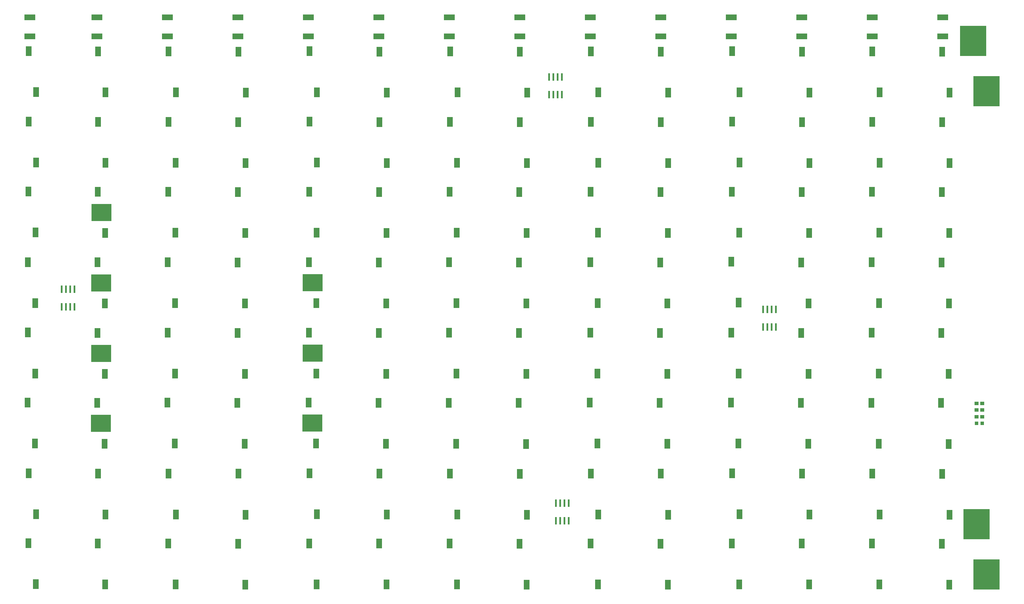
<source format=gtp>
G04 MADE WITH FRITZING*
G04 WWW.FRITZING.ORG*
G04 DOUBLE SIDED*
G04 HOLES PLATED*
G04 CONTOUR ON CENTER OF CONTOUR VECTOR*
%ASAXBY*%
%FSLAX23Y23*%
%MOIN*%
%OFA0B0*%
%SFA1.0B1.0*%
%ADD10R,0.024000X0.087000*%
%ADD11R,0.070866X0.112205*%
%ADD12R,0.236221X0.204725*%
%ADD13R,0.125984X0.070866*%
%ADD14R,0.311023X0.355512*%
%ADD15R,0.047244X0.043307*%
%ADD16R,0.043307X0.039370*%
%LNPASTEMASK1*%
G90*
G70*
G54D10*
X6319Y5888D03*
X6269Y6094D03*
X6369Y6094D03*
X6369Y5888D03*
X6319Y6094D03*
X6419Y5888D03*
X6419Y6094D03*
X6269Y5888D03*
X650Y3605D03*
X700Y3399D03*
X600Y3399D03*
X600Y3605D03*
X650Y3399D03*
X550Y3605D03*
X550Y3399D03*
X700Y3605D03*
X8878Y3369D03*
X8928Y3163D03*
X8828Y3163D03*
X8828Y3369D03*
X8878Y3163D03*
X8778Y3369D03*
X8778Y3163D03*
X8928Y3369D03*
X6448Y1094D03*
X6498Y888D03*
X6398Y888D03*
X6398Y1094D03*
X6448Y888D03*
X6348Y1094D03*
X6348Y888D03*
X6498Y1094D03*
G54D11*
X1057Y3439D03*
X971Y3920D03*
G54D12*
X1014Y3679D03*
G54D11*
X246Y4270D03*
X160Y4750D03*
X242Y3443D03*
X156Y3923D03*
X242Y2616D03*
X155Y3097D03*
X238Y1796D03*
X152Y2276D03*
X250Y965D03*
X163Y1445D03*
X247Y144D03*
X160Y624D03*
X1061Y4266D03*
X975Y4747D03*
G54D12*
X1018Y4506D03*
G54D11*
X1057Y2613D03*
X970Y3093D03*
G54D12*
X1013Y2853D03*
G54D11*
X1053Y1792D03*
X967Y2272D03*
G54D12*
X1010Y2032D03*
G54D11*
X1065Y961D03*
X978Y1441D03*
X1062Y140D03*
X975Y621D03*
G54D13*
X965Y6573D03*
X965Y6794D03*
G54D11*
X1890Y5915D03*
X1803Y6396D03*
X1889Y5089D03*
X1803Y5569D03*
X1886Y4268D03*
X1800Y4748D03*
X1882Y3441D03*
X1795Y3921D03*
X1881Y2614D03*
X1795Y3095D03*
X1878Y1794D03*
X1792Y2274D03*
X1890Y963D03*
X1803Y1443D03*
X1887Y142D03*
X1800Y623D03*
X2710Y5912D03*
X2623Y6392D03*
X2702Y3437D03*
X2615Y3918D03*
X2706Y4265D03*
X2619Y4745D03*
X2701Y2611D03*
X2614Y3091D03*
X2698Y1790D03*
X2611Y2271D03*
X2709Y959D03*
X2623Y1440D03*
X2706Y139D03*
X2620Y619D03*
X3546Y5916D03*
X3459Y6397D03*
X3545Y5090D03*
X3458Y5570D03*
X3542Y4269D03*
X3455Y4749D03*
X3538Y3442D03*
X3451Y3922D03*
G54D12*
X3494Y3682D03*
G54D11*
X3537Y2615D03*
X3450Y3096D03*
G54D12*
X3494Y2855D03*
G54D11*
X3534Y1795D03*
X3447Y2275D03*
G54D12*
X3491Y2035D03*
G54D11*
X3545Y964D03*
X3459Y1444D03*
X3542Y143D03*
X3456Y623D03*
X4365Y5913D03*
X4279Y6393D03*
X4365Y5086D03*
X4278Y5566D03*
X4362Y4265D03*
X4275Y4746D03*
X4357Y3438D03*
X4271Y3919D03*
X4357Y2612D03*
X4270Y3092D03*
X4354Y1791D03*
X4267Y2271D03*
X4365Y960D03*
X4278Y1440D03*
X4362Y140D03*
X4275Y620D03*
X5195Y5915D03*
X5108Y6395D03*
X5189Y5088D03*
X5103Y5568D03*
X5186Y4267D03*
X5100Y4748D03*
X5182Y3440D03*
X5095Y3920D03*
X5181Y2614D03*
X5095Y3094D03*
X5178Y1793D03*
X5092Y2273D03*
X5190Y962D03*
X5103Y1442D03*
X5187Y141D03*
X5100Y622D03*
X2709Y5085D03*
X2622Y5565D03*
X6010Y5911D03*
X5923Y6391D03*
X6009Y5084D03*
X5923Y5565D03*
X6006Y4264D03*
X5919Y4744D03*
X6002Y3437D03*
X5915Y3917D03*
X6001Y2610D03*
X5915Y3090D03*
X5998Y1789D03*
X5911Y2270D03*
X6009Y958D03*
X5923Y1439D03*
X6006Y138D03*
X5920Y618D03*
X6845Y5915D03*
X6758Y6396D03*
X6844Y5089D03*
X6758Y5569D03*
X6841Y4268D03*
X6754Y4748D03*
X6837Y3441D03*
X6750Y3921D03*
X6836Y2614D03*
X6750Y3095D03*
X6833Y1794D03*
X6746Y2274D03*
X6845Y963D03*
X6758Y1443D03*
X6841Y142D03*
X6755Y623D03*
X7664Y5912D03*
X7578Y6392D03*
X7664Y5085D03*
X7577Y5565D03*
X7661Y4265D03*
X7574Y4745D03*
X7656Y3437D03*
X7570Y3918D03*
X7656Y2611D03*
X7569Y3091D03*
X7653Y1790D03*
X7566Y2271D03*
X7664Y959D03*
X7578Y1440D03*
X7661Y139D03*
X7574Y619D03*
X8500Y5916D03*
X8414Y6397D03*
X8500Y5090D03*
X8413Y5570D03*
X8497Y4269D03*
X8410Y4749D03*
X8492Y3447D03*
X8406Y3928D03*
X8492Y2615D03*
X8405Y3096D03*
X8489Y1795D03*
X8402Y2275D03*
X8500Y964D03*
X8414Y1444D03*
X8497Y143D03*
X8411Y623D03*
X9320Y5913D03*
X9234Y6393D03*
X9320Y5086D03*
X9233Y5566D03*
X9317Y4265D03*
X9230Y4746D03*
X9312Y3438D03*
X9226Y3919D03*
X9312Y2612D03*
X9225Y3092D03*
X9309Y1791D03*
X9222Y2271D03*
X9320Y960D03*
X9233Y1440D03*
X9317Y140D03*
X9230Y620D03*
X10145Y5914D03*
X10058Y6395D03*
X10144Y5088D03*
X10058Y5568D03*
X10141Y4267D03*
X10055Y4748D03*
X10137Y3440D03*
X10050Y3920D03*
X10136Y2614D03*
X10050Y3094D03*
X10133Y1793D03*
X10047Y2273D03*
X10145Y962D03*
X10058Y1442D03*
X10142Y141D03*
X10055Y622D03*
X10961Y138D03*
X10875Y618D03*
X10964Y958D03*
X10878Y1439D03*
X10953Y1789D03*
X10866Y2270D03*
X10956Y2610D03*
X10869Y3090D03*
X10957Y3437D03*
X10870Y3917D03*
X10961Y4264D03*
X10874Y4744D03*
X10964Y5084D03*
X10877Y5565D03*
X10965Y5911D03*
X10878Y6391D03*
G54D13*
X10886Y6573D03*
X10886Y6794D03*
X10059Y6573D03*
X10059Y6794D03*
X9232Y6573D03*
X9232Y6794D03*
X8406Y6573D03*
X8406Y6794D03*
X7579Y6573D03*
X7579Y6794D03*
X6752Y6573D03*
X6752Y6794D03*
X5925Y6573D03*
X5925Y6794D03*
X5099Y6573D03*
X5099Y6794D03*
X4272Y6573D03*
X4272Y6794D03*
X1792Y6573D03*
X1792Y6794D03*
X2618Y6573D03*
X2618Y6794D03*
X3445Y6573D03*
X3445Y6794D03*
G54D14*
X11240Y6518D03*
X11280Y849D03*
X11398Y5928D03*
X11398Y258D03*
G54D11*
X250Y5917D03*
X164Y6397D03*
X1065Y5087D03*
X978Y5567D03*
X1065Y5914D03*
X979Y6394D03*
X250Y5091D03*
X163Y5571D03*
G54D13*
X177Y6573D03*
X177Y6794D03*
G54D15*
X11280Y2188D03*
X11347Y2188D03*
X11280Y2109D03*
X11347Y2109D03*
X11280Y2266D03*
X11347Y2266D03*
G54D16*
X11280Y2030D03*
X11347Y2030D03*
G04 End of PasteMask1*
M02*
</source>
